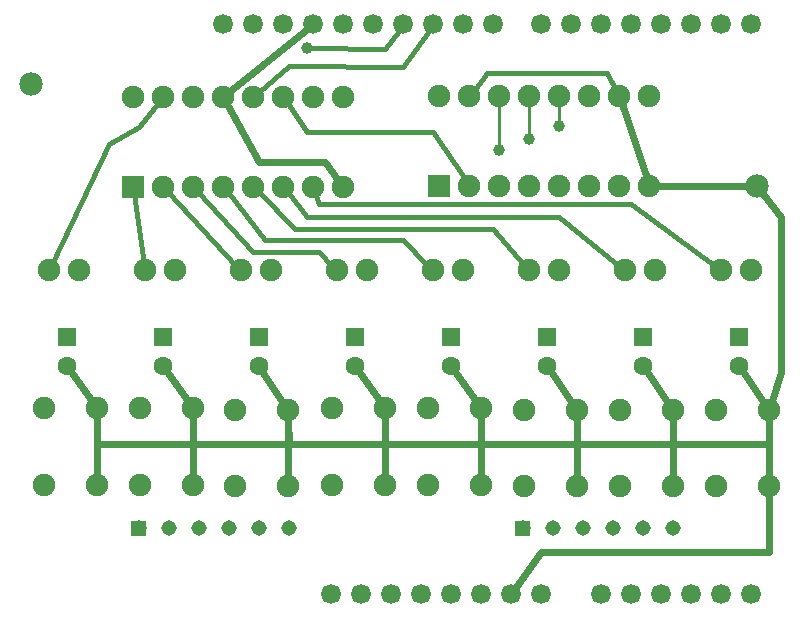
<source format=gtl>
G04 MADE WITH FRITZING*
G04 WWW.FRITZING.ORG*
G04 DOUBLE SIDED*
G04 HOLES PLATED*
G04 CONTOUR ON CENTER OF CONTOUR VECTOR*
%ASAXBY*%
%FSLAX23Y23*%
%MOIN*%
%OFA0B0*%
%SFA1.0B1.0*%
%ADD10C,0.039370*%
%ADD11C,0.051496*%
%ADD12C,0.078000*%
%ADD13C,0.066194*%
%ADD14C,0.066222*%
%ADD15C,0.075000*%
%ADD16C,0.062992*%
%ADD17R,0.075000X0.075000*%
%ADD18R,0.062992X0.062992*%
%ADD19C,0.024000*%
%ADD20C,0.016000*%
%ADD21C,0.011111*%
%ADD22R,0.001000X0.001000*%
%LNCOPPER1*%
G90*
G70*
G54D10*
X1040Y1926D03*
G54D11*
X480Y326D03*
X580Y326D03*
X680Y326D03*
X780Y326D03*
X880Y326D03*
X980Y326D03*
X480Y326D03*
X580Y326D03*
X680Y326D03*
X780Y326D03*
X880Y326D03*
X980Y326D03*
X1760Y326D03*
X1860Y326D03*
X1960Y326D03*
X2060Y326D03*
X2160Y326D03*
X2260Y326D03*
X1760Y326D03*
X1860Y326D03*
X1960Y326D03*
X2060Y326D03*
X2160Y326D03*
X2260Y326D03*
G54D12*
X2540Y1466D03*
X120Y1806D03*
G54D10*
X1679Y1587D03*
X1780Y1625D03*
X1880Y1667D03*
G54D13*
X2120Y106D03*
X2220Y106D03*
X2320Y106D03*
X2420Y106D03*
X2520Y106D03*
G54D14*
X1660Y2006D03*
X1560Y2006D03*
X1460Y2006D03*
X1360Y2006D03*
X1260Y2006D03*
X1160Y2006D03*
X1060Y2006D03*
X960Y2006D03*
X860Y2006D03*
X760Y2006D03*
X2520Y2006D03*
X2420Y2006D03*
X2320Y2006D03*
X2220Y2006D03*
X2120Y2006D03*
X2020Y2006D03*
X1920Y2006D03*
X1820Y2006D03*
G54D13*
X1220Y106D03*
X1120Y106D03*
X1320Y106D03*
X1420Y106D03*
X1520Y106D03*
X1620Y106D03*
X1720Y106D03*
X1820Y106D03*
X2020Y106D03*
G54D15*
X461Y1465D03*
X461Y1765D03*
X561Y1465D03*
X561Y1765D03*
X661Y1465D03*
X661Y1765D03*
X761Y1465D03*
X761Y1765D03*
X861Y1465D03*
X861Y1765D03*
X961Y1465D03*
X961Y1765D03*
X1061Y1465D03*
X1061Y1765D03*
X1161Y1465D03*
X1161Y1765D03*
G54D16*
X240Y964D03*
X240Y866D03*
X560Y964D03*
X560Y866D03*
X880Y964D03*
X880Y866D03*
X1200Y964D03*
X1200Y866D03*
X1520Y964D03*
X1520Y866D03*
X1840Y964D03*
X1840Y866D03*
X2160Y964D03*
X2160Y866D03*
X2480Y964D03*
X2480Y866D03*
G54D15*
X1482Y1467D03*
X1482Y1767D03*
X1582Y1467D03*
X1582Y1767D03*
X1682Y1467D03*
X1682Y1767D03*
X1782Y1467D03*
X1782Y1767D03*
X1882Y1467D03*
X1882Y1767D03*
X1982Y1467D03*
X1982Y1767D03*
X2082Y1467D03*
X2082Y1767D03*
X2182Y1467D03*
X2182Y1767D03*
X163Y470D03*
X163Y726D03*
X340Y470D03*
X340Y726D03*
X483Y470D03*
X483Y726D03*
X660Y470D03*
X660Y726D03*
X800Y466D03*
X800Y721D03*
X978Y466D03*
X978Y721D03*
X1123Y470D03*
X1123Y726D03*
X1300Y470D03*
X1300Y726D03*
X1443Y470D03*
X1443Y726D03*
X1620Y470D03*
X1620Y726D03*
X1763Y466D03*
X1763Y721D03*
X1940Y466D03*
X1940Y721D03*
X2083Y466D03*
X2083Y721D03*
X2260Y466D03*
X2260Y721D03*
X2403Y466D03*
X2403Y721D03*
X2580Y466D03*
X2580Y721D03*
X2520Y1186D03*
X2420Y1186D03*
X2200Y1186D03*
X2100Y1186D03*
X1880Y1186D03*
X1780Y1186D03*
X1560Y1186D03*
X1460Y1186D03*
X1240Y1186D03*
X1140Y1186D03*
X920Y1186D03*
X820Y1186D03*
X600Y1186D03*
X500Y1186D03*
X280Y1186D03*
X180Y1186D03*
G54D17*
X461Y1465D03*
G54D18*
X240Y964D03*
X560Y964D03*
X880Y964D03*
X1200Y964D03*
X1520Y964D03*
X1840Y964D03*
X2160Y964D03*
X2480Y964D03*
G54D17*
X1482Y1467D03*
G54D19*
X784Y1783D02*
X1037Y1986D01*
G54D20*
D02*
X577Y1448D02*
X805Y1202D01*
D02*
X1660Y1324D02*
X1001Y1324D01*
D02*
X1001Y1324D02*
X878Y1449D01*
D02*
X1765Y1203D02*
X1660Y1324D01*
D02*
X1360Y1287D02*
X901Y1287D01*
D02*
X901Y1287D02*
X776Y1447D01*
D02*
X1444Y1202D02*
X1360Y1287D01*
D02*
X1079Y1246D02*
X860Y1246D01*
D02*
X860Y1246D02*
X677Y1448D01*
D02*
X1124Y1202D02*
X1079Y1246D01*
G54D19*
D02*
X2579Y246D02*
X1820Y246D01*
D02*
X1820Y246D02*
X1738Y130D01*
D02*
X2580Y437D02*
X2579Y246D01*
G54D20*
D02*
X2120Y1406D02*
X1079Y1406D01*
D02*
X1079Y1406D02*
X1068Y1443D01*
D02*
X2402Y1199D02*
X2120Y1406D01*
D02*
X1879Y1365D02*
X1042Y1365D01*
D02*
X1042Y1365D02*
X976Y1447D01*
D02*
X2082Y1200D02*
X1879Y1365D01*
D02*
X479Y1665D02*
X547Y1747D01*
D02*
X379Y1606D02*
X479Y1665D01*
D02*
X190Y1206D02*
X379Y1606D01*
D02*
X497Y1208D02*
X465Y1442D01*
G54D19*
D02*
X1620Y697D02*
X1620Y498D01*
D02*
X1300Y697D02*
X1300Y498D01*
D02*
X978Y693D02*
X978Y494D01*
D02*
X660Y697D02*
X660Y498D01*
D02*
X340Y697D02*
X340Y498D01*
D02*
X2580Y494D02*
X2580Y693D01*
D02*
X2260Y494D02*
X2260Y693D01*
D02*
X1940Y494D02*
X1940Y693D01*
G54D20*
D02*
X1360Y1865D02*
X980Y1867D01*
D02*
X980Y1867D02*
X879Y1780D01*
D02*
X1446Y1985D02*
X1360Y1865D01*
D02*
X1460Y1646D02*
X1042Y1646D01*
D02*
X1042Y1646D02*
X974Y1746D01*
D02*
X1569Y1486D02*
X1460Y1646D01*
D02*
X1641Y1844D02*
X2041Y1844D01*
D02*
X2041Y1844D02*
X2071Y1787D01*
G54D19*
D02*
X1101Y1546D02*
X879Y1546D01*
D02*
X879Y1546D02*
X775Y1740D01*
D02*
X1144Y1488D02*
X1101Y1546D01*
G54D20*
D02*
X1596Y1785D02*
X1641Y1844D01*
G54D19*
D02*
X2620Y846D02*
X2589Y749D01*
D02*
X2620Y1365D02*
X2620Y846D01*
D02*
X2559Y1442D02*
X2620Y1365D01*
D02*
X2541Y1467D02*
X2554Y1492D01*
D02*
X2210Y1467D02*
X2541Y1467D01*
G54D21*
D02*
X1881Y1680D02*
X1881Y1743D01*
D02*
X1781Y1743D02*
X1780Y1638D01*
D02*
X1681Y1743D02*
X1680Y1600D01*
G54D20*
D02*
X1301Y1924D02*
X1346Y1985D01*
D02*
X1054Y1926D02*
X1301Y1924D01*
G54D19*
D02*
X2091Y1739D02*
X2173Y1494D01*
D02*
X2496Y843D02*
X2564Y745D01*
D02*
X1621Y606D02*
X1621Y697D01*
D02*
X1941Y606D02*
X1940Y693D01*
D02*
X2260Y606D02*
X2260Y693D01*
D02*
X2580Y606D02*
X2260Y606D01*
D02*
X2260Y606D02*
X1941Y606D01*
D02*
X1941Y606D02*
X1621Y606D01*
D02*
X1621Y606D02*
X1299Y606D01*
D02*
X1299Y606D02*
X1300Y697D01*
D02*
X1299Y606D02*
X980Y606D01*
D02*
X980Y606D02*
X978Y693D01*
D02*
X980Y606D02*
X660Y606D01*
D02*
X660Y606D02*
X660Y697D01*
D02*
X660Y606D02*
X341Y606D01*
D02*
X341Y606D02*
X340Y697D01*
D02*
X2580Y693D02*
X2580Y606D01*
D02*
X1284Y749D02*
X1216Y844D01*
D02*
X962Y745D02*
X895Y843D01*
D02*
X644Y749D02*
X576Y844D01*
D02*
X324Y749D02*
X256Y844D01*
D02*
X1924Y745D02*
X1856Y843D01*
D02*
X1604Y749D02*
X1536Y844D01*
D02*
X2244Y745D02*
X2176Y843D01*
G54D22*
X454Y351D02*
X505Y351D01*
X1734Y351D02*
X1785Y351D01*
X454Y350D02*
X505Y350D01*
X1734Y350D02*
X1785Y350D01*
X454Y349D02*
X505Y349D01*
X1734Y349D02*
X1785Y349D01*
X454Y348D02*
X505Y348D01*
X1734Y348D02*
X1785Y348D01*
X454Y347D02*
X505Y347D01*
X1734Y347D02*
X1785Y347D01*
X454Y346D02*
X505Y346D01*
X1734Y346D02*
X1785Y346D01*
X454Y345D02*
X505Y345D01*
X1734Y345D02*
X1785Y345D01*
X454Y344D02*
X505Y344D01*
X1734Y344D02*
X1785Y344D01*
X454Y343D02*
X505Y343D01*
X1734Y343D02*
X1785Y343D01*
X454Y342D02*
X505Y342D01*
X1734Y342D02*
X1785Y342D01*
X454Y341D02*
X475Y341D01*
X485Y341D02*
X505Y341D01*
X1734Y341D02*
X1754Y341D01*
X1764Y341D02*
X1785Y341D01*
X454Y340D02*
X472Y340D01*
X487Y340D02*
X505Y340D01*
X1734Y340D02*
X1752Y340D01*
X1767Y340D02*
X1785Y340D01*
X454Y339D02*
X470Y339D01*
X489Y339D02*
X505Y339D01*
X1734Y339D02*
X1750Y339D01*
X1768Y339D02*
X1785Y339D01*
X454Y338D02*
X469Y338D01*
X490Y338D02*
X505Y338D01*
X1734Y338D02*
X1749Y338D01*
X1770Y338D02*
X1785Y338D01*
X454Y337D02*
X468Y337D01*
X491Y337D02*
X505Y337D01*
X1734Y337D02*
X1748Y337D01*
X1771Y337D02*
X1785Y337D01*
X454Y336D02*
X467Y336D01*
X492Y336D02*
X505Y336D01*
X1734Y336D02*
X1747Y336D01*
X1772Y336D02*
X1785Y336D01*
X454Y335D02*
X466Y335D01*
X493Y335D02*
X505Y335D01*
X1734Y335D02*
X1746Y335D01*
X1773Y335D02*
X1785Y335D01*
X454Y334D02*
X466Y334D01*
X494Y334D02*
X505Y334D01*
X1734Y334D02*
X1745Y334D01*
X1773Y334D02*
X1785Y334D01*
X454Y333D02*
X465Y333D01*
X494Y333D02*
X505Y333D01*
X1734Y333D02*
X1745Y333D01*
X1774Y333D02*
X1785Y333D01*
X454Y332D02*
X465Y332D01*
X495Y332D02*
X505Y332D01*
X1734Y332D02*
X1744Y332D01*
X1774Y332D02*
X1785Y332D01*
X454Y331D02*
X464Y331D01*
X495Y331D02*
X505Y331D01*
X1734Y331D02*
X1744Y331D01*
X1775Y331D02*
X1785Y331D01*
X454Y330D02*
X464Y330D01*
X495Y330D02*
X505Y330D01*
X1734Y330D02*
X1744Y330D01*
X1775Y330D02*
X1785Y330D01*
X454Y329D02*
X464Y329D01*
X496Y329D02*
X505Y329D01*
X1734Y329D02*
X1743Y329D01*
X1775Y329D02*
X1785Y329D01*
X454Y328D02*
X464Y328D01*
X496Y328D02*
X505Y328D01*
X1734Y328D02*
X1743Y328D01*
X1775Y328D02*
X1785Y328D01*
X454Y327D02*
X464Y327D01*
X496Y327D02*
X505Y327D01*
X1734Y327D02*
X1743Y327D01*
X1775Y327D02*
X1785Y327D01*
X454Y326D02*
X463Y326D01*
X496Y326D02*
X505Y326D01*
X1734Y326D02*
X1743Y326D01*
X1775Y326D02*
X1785Y326D01*
X454Y325D02*
X464Y325D01*
X496Y325D02*
X505Y325D01*
X1734Y325D02*
X1743Y325D01*
X1775Y325D02*
X1785Y325D01*
X454Y324D02*
X464Y324D01*
X496Y324D02*
X505Y324D01*
X1734Y324D02*
X1743Y324D01*
X1775Y324D02*
X1785Y324D01*
X454Y323D02*
X464Y323D01*
X496Y323D02*
X505Y323D01*
X1734Y323D02*
X1743Y323D01*
X1775Y323D02*
X1785Y323D01*
X454Y322D02*
X464Y322D01*
X495Y322D02*
X505Y322D01*
X1734Y322D02*
X1744Y322D01*
X1775Y322D02*
X1785Y322D01*
X454Y321D02*
X464Y321D01*
X495Y321D02*
X505Y321D01*
X1734Y321D02*
X1744Y321D01*
X1775Y321D02*
X1785Y321D01*
X454Y320D02*
X465Y320D01*
X495Y320D02*
X505Y320D01*
X1734Y320D02*
X1744Y320D01*
X1774Y320D02*
X1785Y320D01*
X454Y319D02*
X465Y319D01*
X494Y319D02*
X505Y319D01*
X1734Y319D02*
X1745Y319D01*
X1774Y319D02*
X1785Y319D01*
X454Y318D02*
X466Y318D01*
X494Y318D02*
X505Y318D01*
X1734Y318D02*
X1745Y318D01*
X1773Y318D02*
X1785Y318D01*
X454Y317D02*
X466Y317D01*
X493Y317D02*
X505Y317D01*
X1734Y317D02*
X1746Y317D01*
X1773Y317D02*
X1785Y317D01*
X454Y316D02*
X467Y316D01*
X492Y316D02*
X505Y316D01*
X1734Y316D02*
X1747Y316D01*
X1772Y316D02*
X1785Y316D01*
X454Y315D02*
X468Y315D01*
X491Y315D02*
X505Y315D01*
X1734Y315D02*
X1747Y315D01*
X1771Y315D02*
X1785Y315D01*
X454Y314D02*
X469Y314D01*
X490Y314D02*
X505Y314D01*
X1734Y314D02*
X1749Y314D01*
X1770Y314D02*
X1785Y314D01*
X454Y313D02*
X470Y313D01*
X489Y313D02*
X505Y313D01*
X1734Y313D02*
X1750Y313D01*
X1769Y313D02*
X1785Y313D01*
X454Y312D02*
X472Y312D01*
X487Y312D02*
X505Y312D01*
X1734Y312D02*
X1752Y312D01*
X1767Y312D02*
X1785Y312D01*
X454Y311D02*
X474Y311D01*
X485Y311D02*
X505Y311D01*
X1734Y311D02*
X1754Y311D01*
X1765Y311D02*
X1785Y311D01*
X454Y310D02*
X505Y310D01*
X1734Y310D02*
X1785Y310D01*
X454Y309D02*
X505Y309D01*
X1734Y309D02*
X1785Y309D01*
X454Y308D02*
X505Y308D01*
X1734Y308D02*
X1785Y308D01*
X454Y307D02*
X505Y307D01*
X1734Y307D02*
X1785Y307D01*
X454Y306D02*
X505Y306D01*
X1734Y306D02*
X1785Y306D01*
X454Y305D02*
X505Y305D01*
X1734Y305D02*
X1785Y305D01*
X454Y304D02*
X505Y304D01*
X1734Y304D02*
X1785Y304D01*
X454Y303D02*
X505Y303D01*
X1734Y303D02*
X1785Y303D01*
X454Y302D02*
X505Y302D01*
X1734Y302D02*
X1785Y302D01*
X454Y301D02*
X505Y301D01*
X1734Y301D02*
X1785Y301D01*
D02*
G04 End of Copper1*
M02*
</source>
